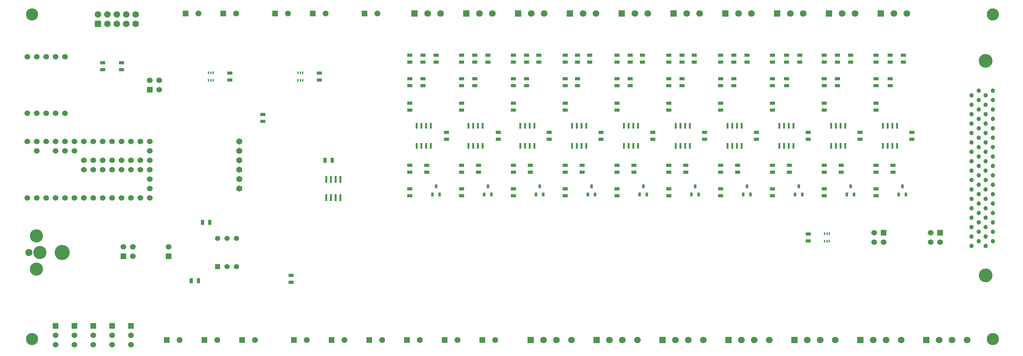
<source format=gts>
G04 (created by PCBNEW (2013-jul-07)-stable) date Sun 10 Apr 2016 10:04:28 PM PDT*
%MOIN*%
G04 Gerber Fmt 3.4, Leading zero omitted, Abs format*
%FSLAX34Y34*%
G01*
G70*
G90*
G04 APERTURE LIST*
%ADD10C,0.00590551*%
%ADD11C,0.06*%
%ADD12C,0.145669*%
%ADD13C,0.0472441*%
%ADD14R,0.0315X0.0394*%
%ADD15R,0.055X0.035*%
%ADD16R,0.035X0.055*%
%ADD17R,0.016X0.026*%
%ADD18R,0.06X0.06*%
%ADD19R,0.023622X0.0610236*%
%ADD20C,0.065*%
%ADD21R,0.0208661X0.0779528*%
%ADD22R,0.055X0.055*%
%ADD23C,0.055*%
%ADD24C,0.076*%
%ADD25C,0.14*%
%ADD26C,0.16*%
%ADD27C,0.0709*%
%ADD28R,0.0709X0.0709*%
%ADD29R,0.063X0.063*%
%ADD30C,0.063*%
%ADD31R,0.07X0.07*%
%ADD32C,0.07*%
%ADD33C,0.13*%
G04 APERTURE END LIST*
G54D10*
G54D11*
X21000Y-41000D03*
X22000Y-41000D03*
X23000Y-41000D03*
X24000Y-41000D03*
X25000Y-41000D03*
X26000Y-41000D03*
X27000Y-41000D03*
X28000Y-41000D03*
X29000Y-41000D03*
X30000Y-41000D03*
X31000Y-41000D03*
X32000Y-41000D03*
X33000Y-41000D03*
X34000Y-41000D03*
X34000Y-40000D03*
X34000Y-39000D03*
X34000Y-38000D03*
X34000Y-37000D03*
X34000Y-36000D03*
X34000Y-35000D03*
X33000Y-35000D03*
X32000Y-35000D03*
X31000Y-35000D03*
X30000Y-35000D03*
X29000Y-35000D03*
X28000Y-35000D03*
X27000Y-35000D03*
X26000Y-35000D03*
X25000Y-35000D03*
X24000Y-35000D03*
X23000Y-35000D03*
X22000Y-35000D03*
X21000Y-35000D03*
X27000Y-38000D03*
X28000Y-38000D03*
X29000Y-38000D03*
X30000Y-38000D03*
X31000Y-38000D03*
X32000Y-38000D03*
X33000Y-38000D03*
X33000Y-37000D03*
X32000Y-37000D03*
X31000Y-37000D03*
X30000Y-37000D03*
X29000Y-37000D03*
X28000Y-37000D03*
X27000Y-37000D03*
X26000Y-36000D03*
X25000Y-36000D03*
X24000Y-36000D03*
X22000Y-36000D03*
G54D12*
X122753Y-49249D03*
X122753Y-26450D03*
G54D13*
X121253Y-46100D03*
X122003Y-45600D03*
X121253Y-45100D03*
X122003Y-44600D03*
X121253Y-44100D03*
X122003Y-43600D03*
X121253Y-43100D03*
X122003Y-42600D03*
X121253Y-42100D03*
X122003Y-41600D03*
X121253Y-41100D03*
X122003Y-40600D03*
X121253Y-40100D03*
X122003Y-39600D03*
X121253Y-39100D03*
X122003Y-38600D03*
X121253Y-38100D03*
X122003Y-37600D03*
X121253Y-37100D03*
X122003Y-36600D03*
X121253Y-36100D03*
X122003Y-35600D03*
X121253Y-35100D03*
X122003Y-34600D03*
X121253Y-34100D03*
X122003Y-33600D03*
X121253Y-33100D03*
X122003Y-32600D03*
X121253Y-32100D03*
X122003Y-31600D03*
X121253Y-31100D03*
X122003Y-30600D03*
X121253Y-30100D03*
X122003Y-29600D03*
X122753Y-46100D03*
X123503Y-45600D03*
X122753Y-45100D03*
X123503Y-44600D03*
X122753Y-44100D03*
X123503Y-43600D03*
X122753Y-43100D03*
X123503Y-42600D03*
X122753Y-42100D03*
X123503Y-41600D03*
X122753Y-41100D03*
X123503Y-40600D03*
X122753Y-40100D03*
X123503Y-39600D03*
X122753Y-39100D03*
X123503Y-38600D03*
X122753Y-38100D03*
X123503Y-37600D03*
X122753Y-37100D03*
X123503Y-36600D03*
X122753Y-36100D03*
X123503Y-35600D03*
X122753Y-35100D03*
X123503Y-34600D03*
X122753Y-34100D03*
X123503Y-33600D03*
X122753Y-33100D03*
X123503Y-32600D03*
X122753Y-32100D03*
X123503Y-31600D03*
X122753Y-31100D03*
X123503Y-30600D03*
X122753Y-30100D03*
X123503Y-29600D03*
G54D14*
X113900Y-39767D03*
X114275Y-40633D03*
X113525Y-40633D03*
X108400Y-39767D03*
X108775Y-40633D03*
X108025Y-40633D03*
X102900Y-39767D03*
X103275Y-40633D03*
X102525Y-40633D03*
X97400Y-39767D03*
X97775Y-40633D03*
X97025Y-40633D03*
X91900Y-39767D03*
X92275Y-40633D03*
X91525Y-40633D03*
X86400Y-39767D03*
X86775Y-40633D03*
X86025Y-40633D03*
X80900Y-39767D03*
X81275Y-40633D03*
X80525Y-40633D03*
X75400Y-39767D03*
X75775Y-40633D03*
X75025Y-40633D03*
X69900Y-39767D03*
X70275Y-40633D03*
X69525Y-40633D03*
X64400Y-39767D03*
X64775Y-40633D03*
X64025Y-40633D03*
G54D15*
X98400Y-34025D03*
X98400Y-34775D03*
X107000Y-25825D03*
X107000Y-26575D03*
X105600Y-25825D03*
X105600Y-26575D03*
X109400Y-34025D03*
X109400Y-34775D03*
X111100Y-29075D03*
X111100Y-28325D03*
X100100Y-29075D03*
X100100Y-28325D03*
X101600Y-29075D03*
X101600Y-28325D03*
X101600Y-25825D03*
X101600Y-26575D03*
X100100Y-25825D03*
X100100Y-26575D03*
X103900Y-34025D03*
X103900Y-34775D03*
X111100Y-31675D03*
X111100Y-30925D03*
X94600Y-29075D03*
X94600Y-28325D03*
X96000Y-29075D03*
X96000Y-28325D03*
X96000Y-25825D03*
X96000Y-26575D03*
X94600Y-25825D03*
X94600Y-26575D03*
X107000Y-29075D03*
X107000Y-28325D03*
X112900Y-37525D03*
X112900Y-38275D03*
X89100Y-29075D03*
X89100Y-28325D03*
X90500Y-29075D03*
X90500Y-28325D03*
X90500Y-25825D03*
X90500Y-26575D03*
X89100Y-25825D03*
X89100Y-26575D03*
X92900Y-34025D03*
X92900Y-34775D03*
X46000Y-32125D03*
X46000Y-32875D03*
X83600Y-29075D03*
X83600Y-28325D03*
X85000Y-29075D03*
X85000Y-28325D03*
X85000Y-25825D03*
X85000Y-26575D03*
X83600Y-25825D03*
X83600Y-26575D03*
X87400Y-34025D03*
X87400Y-34775D03*
X78100Y-29075D03*
X78100Y-28325D03*
X72600Y-31675D03*
X72600Y-30925D03*
X107400Y-37525D03*
X107400Y-38275D03*
X105600Y-31675D03*
X105600Y-30925D03*
X101900Y-37525D03*
X101900Y-38275D03*
X100100Y-31675D03*
X100100Y-30925D03*
X96400Y-37525D03*
X96400Y-38275D03*
X94600Y-31675D03*
X94600Y-30925D03*
X90900Y-37525D03*
X90900Y-38275D03*
X89100Y-31675D03*
X89100Y-30925D03*
X85400Y-37525D03*
X85400Y-38275D03*
X83600Y-31675D03*
X83600Y-30925D03*
X79900Y-37525D03*
X79900Y-38275D03*
X78100Y-31675D03*
X78100Y-30925D03*
X74400Y-37525D03*
X74400Y-38275D03*
X64400Y-25825D03*
X64400Y-26575D03*
X68900Y-37525D03*
X68900Y-38275D03*
X67100Y-31675D03*
X67100Y-30925D03*
X63400Y-37525D03*
X63400Y-38275D03*
X61600Y-31675D03*
X61600Y-30925D03*
X52000Y-27725D03*
X52000Y-28475D03*
X42500Y-27725D03*
X42500Y-28475D03*
X103900Y-45575D03*
X103900Y-44825D03*
G54D16*
X53375Y-37000D03*
X52625Y-37000D03*
G54D15*
X114900Y-34025D03*
X114900Y-34775D03*
X111100Y-25825D03*
X111100Y-26575D03*
X112600Y-25825D03*
X112600Y-26575D03*
X112600Y-29075D03*
X112600Y-28325D03*
X105600Y-29075D03*
X105600Y-28325D03*
X83600Y-40025D03*
X83600Y-40775D03*
X114000Y-25825D03*
X114000Y-26575D03*
X61600Y-37525D03*
X61600Y-38275D03*
X79400Y-29075D03*
X79400Y-28325D03*
X31000Y-27375D03*
X31000Y-26625D03*
X29000Y-27375D03*
X29000Y-26625D03*
X67100Y-37525D03*
X67100Y-38275D03*
X67100Y-40025D03*
X67100Y-40775D03*
X72600Y-37525D03*
X72600Y-38275D03*
X72600Y-40025D03*
X72600Y-40775D03*
X78100Y-37525D03*
X78100Y-38275D03*
X78100Y-40025D03*
X78100Y-40775D03*
G54D16*
X38425Y-49800D03*
X39175Y-49800D03*
G54D15*
X83600Y-37525D03*
X83600Y-38275D03*
X61600Y-40025D03*
X61600Y-40775D03*
G54D16*
X39625Y-43600D03*
X40375Y-43600D03*
G54D15*
X89100Y-37525D03*
X89100Y-38275D03*
X89100Y-40025D03*
X89100Y-40775D03*
X94600Y-37525D03*
X94600Y-38275D03*
X49000Y-49975D03*
X49000Y-49225D03*
X94600Y-40025D03*
X94600Y-40775D03*
X100100Y-37525D03*
X100100Y-38275D03*
X100100Y-40025D03*
X100100Y-40775D03*
X105600Y-37525D03*
X105600Y-38275D03*
X105600Y-40025D03*
X105600Y-40775D03*
X111100Y-37525D03*
X111100Y-38275D03*
X111100Y-40025D03*
X111100Y-40775D03*
X67100Y-25825D03*
X67100Y-26575D03*
X79400Y-25825D03*
X79400Y-26575D03*
X78100Y-25825D03*
X78100Y-26575D03*
X81900Y-34025D03*
X81900Y-34775D03*
X69900Y-25825D03*
X69900Y-26575D03*
X72600Y-29075D03*
X72600Y-28325D03*
X74000Y-29075D03*
X74000Y-28325D03*
X74000Y-25825D03*
X74000Y-26575D03*
X72600Y-25825D03*
X72600Y-26575D03*
X76400Y-34025D03*
X76400Y-34775D03*
X75300Y-25825D03*
X75300Y-26575D03*
X67100Y-29075D03*
X67100Y-28325D03*
X68500Y-29075D03*
X68500Y-28325D03*
X68500Y-25825D03*
X68500Y-26575D03*
X108400Y-25825D03*
X108400Y-26575D03*
X71000Y-34025D03*
X71000Y-34775D03*
X65500Y-34025D03*
X65500Y-34775D03*
X103000Y-25825D03*
X103000Y-26575D03*
X97400Y-25825D03*
X97400Y-26575D03*
X91800Y-25825D03*
X91800Y-26575D03*
X86300Y-25825D03*
X86300Y-26575D03*
X80700Y-25825D03*
X80700Y-26575D03*
X61600Y-25825D03*
X61600Y-26575D03*
X63000Y-25825D03*
X63000Y-26575D03*
X63000Y-29075D03*
X63000Y-28325D03*
X61600Y-29075D03*
X61600Y-28325D03*
G54D17*
X106160Y-44800D03*
X105640Y-44800D03*
X105900Y-44800D03*
X105640Y-45600D03*
X106160Y-45600D03*
X105900Y-45600D03*
X40240Y-28500D03*
X40760Y-28500D03*
X40500Y-28500D03*
X40760Y-27700D03*
X40240Y-27700D03*
X40500Y-27700D03*
X49740Y-28500D03*
X50260Y-28500D03*
X50000Y-28500D03*
X50260Y-27700D03*
X49740Y-27700D03*
X50000Y-27700D03*
G54D18*
X117900Y-44700D03*
G54D11*
X117900Y-45700D03*
X116900Y-44700D03*
X116900Y-45700D03*
G54D18*
X111900Y-44700D03*
G54D11*
X111900Y-45700D03*
X110900Y-44700D03*
X110900Y-45700D03*
G54D18*
X31200Y-47200D03*
G54D11*
X31200Y-46200D03*
X32200Y-47200D03*
X32200Y-46200D03*
G54D18*
X34000Y-29500D03*
G54D11*
X34000Y-28500D03*
X35000Y-29500D03*
X35000Y-28500D03*
G54D18*
X36000Y-47200D03*
G54D11*
X36000Y-46200D03*
G54D19*
X63850Y-33337D03*
X63350Y-33337D03*
X62850Y-33337D03*
X62350Y-33337D03*
X62350Y-35462D03*
X62850Y-35462D03*
X63350Y-35462D03*
X63850Y-35462D03*
X69350Y-33337D03*
X68850Y-33337D03*
X68350Y-33337D03*
X67850Y-33337D03*
X67850Y-35462D03*
X68350Y-35462D03*
X68850Y-35462D03*
X69350Y-35462D03*
X74850Y-33337D03*
X74350Y-33337D03*
X73850Y-33337D03*
X73350Y-33337D03*
X73350Y-35462D03*
X73850Y-35462D03*
X74350Y-35462D03*
X74850Y-35462D03*
X107850Y-33337D03*
X107350Y-33337D03*
X106850Y-33337D03*
X106350Y-33337D03*
X106350Y-35462D03*
X106850Y-35462D03*
X107350Y-35462D03*
X107850Y-35462D03*
X102350Y-33337D03*
X101850Y-33337D03*
X101350Y-33337D03*
X100850Y-33337D03*
X100850Y-35462D03*
X101350Y-35462D03*
X101850Y-35462D03*
X102350Y-35462D03*
X96850Y-33337D03*
X96350Y-33337D03*
X95850Y-33337D03*
X95350Y-33337D03*
X95350Y-35462D03*
X95850Y-35462D03*
X96350Y-35462D03*
X96850Y-35462D03*
X91350Y-33337D03*
X90850Y-33337D03*
X90350Y-33337D03*
X89850Y-33337D03*
X89850Y-35462D03*
X90350Y-35462D03*
X90850Y-35462D03*
X91350Y-35462D03*
X113350Y-33337D03*
X112850Y-33337D03*
X112350Y-33337D03*
X111850Y-33337D03*
X111850Y-35462D03*
X112350Y-35462D03*
X112850Y-35462D03*
X113350Y-35462D03*
X80350Y-33337D03*
X79850Y-33337D03*
X79350Y-33337D03*
X78850Y-33337D03*
X78850Y-35462D03*
X79350Y-35462D03*
X79850Y-35462D03*
X80350Y-35462D03*
X85850Y-33337D03*
X85350Y-33337D03*
X84850Y-33337D03*
X84350Y-33337D03*
X84350Y-35462D03*
X84850Y-35462D03*
X85350Y-35462D03*
X85850Y-35462D03*
G54D20*
X43500Y-35000D03*
X43500Y-36000D03*
X43500Y-37000D03*
X43500Y-38000D03*
X43500Y-39000D03*
X43500Y-40000D03*
G54D21*
X54250Y-39029D03*
X53750Y-39029D03*
X53250Y-39029D03*
X52750Y-39029D03*
X52750Y-40970D03*
X53250Y-40970D03*
X53750Y-40970D03*
X54250Y-40970D03*
G54D22*
X41200Y-48300D03*
G54D23*
X42200Y-48300D03*
X43200Y-48300D03*
X43200Y-45300D03*
X42200Y-45300D03*
X41200Y-45300D03*
G54D24*
X21180Y-46800D03*
G54D25*
X22360Y-46800D03*
G54D26*
X24720Y-46800D03*
G54D25*
X21970Y-48570D03*
X21970Y-45030D03*
G54D27*
X75811Y-56100D03*
G54D28*
X74433Y-56100D03*
G54D27*
X77189Y-56100D03*
X78764Y-56100D03*
X117811Y-56100D03*
G54D28*
X116433Y-56100D03*
G54D27*
X119189Y-56100D03*
X120764Y-56100D03*
X103811Y-56100D03*
G54D28*
X102433Y-56100D03*
G54D27*
X105189Y-56100D03*
X106764Y-56100D03*
X96811Y-56100D03*
G54D28*
X95433Y-56100D03*
G54D27*
X98189Y-56100D03*
X99764Y-56100D03*
X89811Y-56100D03*
G54D28*
X88433Y-56100D03*
G54D27*
X91189Y-56100D03*
X92764Y-56100D03*
X82811Y-56100D03*
G54D28*
X81433Y-56100D03*
G54D27*
X84189Y-56100D03*
X85764Y-56100D03*
X110811Y-56100D03*
G54D28*
X109433Y-56100D03*
G54D27*
X112189Y-56100D03*
X113764Y-56100D03*
X63500Y-21400D03*
G54D28*
X62122Y-21400D03*
G54D27*
X64878Y-21400D03*
X91000Y-21400D03*
G54D28*
X89622Y-21400D03*
G54D27*
X92378Y-21400D03*
X85500Y-21400D03*
G54D28*
X84122Y-21400D03*
G54D27*
X86878Y-21400D03*
X80000Y-21400D03*
G54D28*
X78622Y-21400D03*
G54D27*
X81378Y-21400D03*
X74500Y-21400D03*
G54D28*
X73122Y-21400D03*
G54D27*
X75878Y-21400D03*
X69000Y-21400D03*
G54D28*
X67622Y-21400D03*
G54D27*
X70378Y-21400D03*
X113000Y-21400D03*
G54D28*
X111622Y-21400D03*
G54D27*
X114378Y-21400D03*
X102000Y-21400D03*
G54D28*
X100622Y-21400D03*
G54D27*
X103378Y-21400D03*
X96500Y-21400D03*
G54D28*
X95122Y-21400D03*
G54D27*
X97878Y-21400D03*
X107500Y-21400D03*
G54D28*
X106122Y-21400D03*
G54D27*
X108878Y-21400D03*
G54D29*
X56811Y-21400D03*
G54D30*
X58189Y-21400D03*
G54D29*
X53311Y-56100D03*
G54D30*
X54689Y-56100D03*
G54D29*
X57311Y-56100D03*
G54D30*
X58689Y-56100D03*
G54D29*
X69311Y-56100D03*
G54D30*
X70689Y-56100D03*
G54D29*
X51311Y-21400D03*
G54D30*
X52689Y-21400D03*
G54D29*
X65311Y-56100D03*
G54D30*
X66689Y-56100D03*
G54D29*
X61311Y-56100D03*
G54D30*
X62689Y-56100D03*
G54D29*
X47311Y-21400D03*
G54D30*
X48689Y-21400D03*
G54D29*
X49311Y-56100D03*
G54D30*
X50689Y-56100D03*
G54D29*
X43811Y-56100D03*
G54D30*
X45189Y-56100D03*
G54D29*
X39811Y-56100D03*
G54D30*
X41189Y-56100D03*
G54D29*
X35811Y-56100D03*
G54D30*
X37189Y-56100D03*
G54D29*
X41811Y-21400D03*
G54D30*
X43189Y-21400D03*
G54D29*
X37811Y-21400D03*
G54D30*
X39189Y-21400D03*
G54D31*
X28500Y-22500D03*
G54D32*
X28500Y-21500D03*
X29500Y-22500D03*
X29500Y-21500D03*
X30500Y-22500D03*
X30500Y-21500D03*
X31500Y-22500D03*
X31500Y-21500D03*
X32500Y-22500D03*
X32500Y-21500D03*
G54D18*
X24000Y-54600D03*
G54D11*
X24000Y-55600D03*
X24000Y-56600D03*
G54D18*
X26000Y-54600D03*
G54D11*
X26000Y-55600D03*
X26000Y-56600D03*
G54D18*
X28000Y-54600D03*
G54D11*
X28000Y-55600D03*
X28000Y-56600D03*
G54D18*
X30000Y-54600D03*
G54D11*
X30000Y-55600D03*
X30000Y-56600D03*
G54D18*
X32000Y-54600D03*
G54D11*
X32000Y-55600D03*
X32000Y-56600D03*
X21000Y-32000D03*
X22000Y-32000D03*
X23000Y-32000D03*
X24000Y-32000D03*
X25000Y-32000D03*
X25000Y-26000D03*
X24000Y-26000D03*
X23000Y-26000D03*
X22000Y-26000D03*
X21000Y-26000D03*
G54D33*
X21500Y-56000D03*
X123500Y-56000D03*
X123500Y-21500D03*
X21500Y-21500D03*
M02*

</source>
